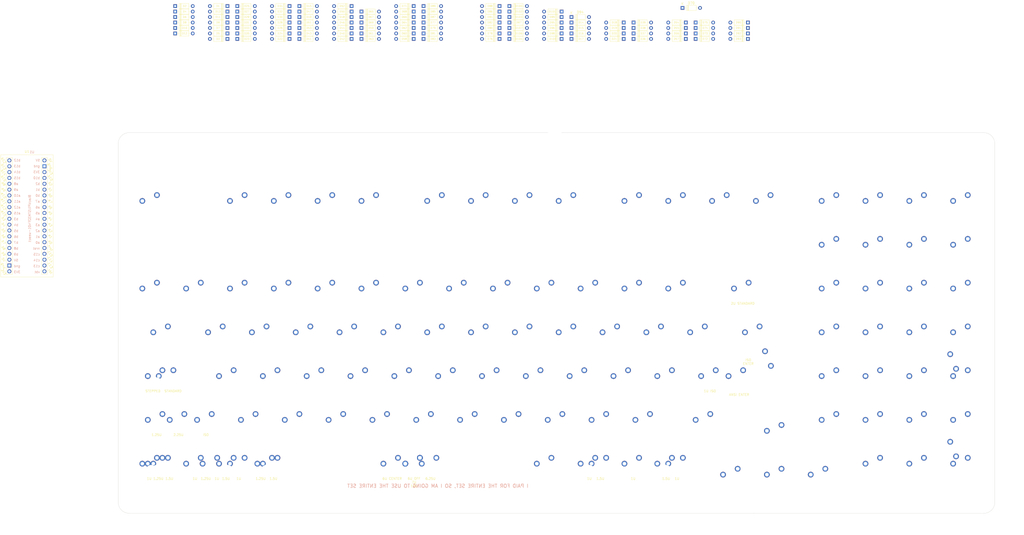
<source format=kicad_pcb>
(kicad_pcb (version 20211014) (generator pcbnew)
  (layers (0 "F.Cu" signal) (31 "B.Cu" signal) (34 "B.Paste" user) (35 "F.Paste" user) (36 "B.SilkS" user "B.Silkscreen") (37 "F.SilkS" user "F.Silkscreen") (38 "B.Mask" user) (39 "F.Mask" user) (44 "Edge.Cuts" user))
  (net 0 "")
  (net 2 "Net-(D89-Pad2)")
  (net 3 "Net-(D107-Pad2)")
  (net 4 "COL10")
  (net 5 "COL11")
  (net 6 "COL12")
  (net 7 "COL14")
  (net 8 "COL15")
  (net 9 "COL16")
  (net 10 "ROW6")
  (net 11 "ROW5")
  (net 12 "ROW4")
  (net 13 "ROW3")
  (net 14 "ROW2")
  (net 15 "COL17")
  (net 16 "COL13")
  (net 18 "ROW1")
  (net 19 "ROW0")
  (net 24 "Net-(D99-Pad2)")
  (net 25 "Net-(D98-Pad2)")
  (net 26 "Net-(D97-Pad2)")
  (net 27 "Net-(D96-Pad2)")
  (net 28 "Net-(D95-Pad2)")
  (net 29 "Net-(D94-Pad2)")
  (net 30 "Net-(D93-Pad2)")
  (net 31 "Net-(D92-Pad2)")
  (net 32 "Net-(D91-Pad2)")
  (net 33 "Net-(D90-Pad2)")
  (net 34 "Net-(D9-Pad2)")
  (net 35 "Net-(D88-Pad2)")
  (net 36 "Net-(D87-Pad2)")
  (net 37 "Net-(D86-Pad2)")
  (net 38 "Net-(D85-Pad2)")
  (net 39 "Net-(D84-Pad2)")
  (net 40 "Net-(D83-Pad2)")
  (net 41 "Net-(D82-Pad2)")
  (net 42 "Net-(D81-Pad2)")
  (net 43 "Net-(D80-Pad2)")
  (net 44 "Net-(D8-Pad2)")
  (net 45 "Net-(D79-Pad2)")
  (net 46 "Net-(D78-Pad2)")
  (net 47 "Net-(D77-Pad2)")
  (net 48 "Net-(D76-Pad2)")
  (net 49 "Net-(D75-Pad2)")
  (net 50 "Net-(D74-Pad2)")
  (net 51 "Net-(D73-Pad2)")
  (net 52 "Net-(D72-Pad2)")
  (net 53 "Net-(D71-Pad2)")
  (net 54 "Net-(D70-Pad2)")
  (net 55 "Net-(D7-Pad2)")
  (net 56 "Net-(D69-Pad2)")
  (net 57 "Net-(D68-Pad2)")
  (net 58 "Net-(D67-Pad2)")
  (net 59 "Net-(D66-Pad2)")
  (net 60 "Net-(D65-Pad2)")
  (net 61 "Net-(D64-Pad2)")
  (net 62 "Net-(D63-Pad2)")
  (net 63 "Net-(D62-Pad2)")
  (net 64 "Net-(D61-Pad2)")
  (net 65 "Net-(D60-Pad2)")
  (net 66 "Net-(D6-Pad2)")
  (net 67 "Net-(D59-Pad2)")
  (net 68 "Net-(D58-Pad2)")
  (net 69 "Net-(D57-Pad2)")
  (net 70 "Net-(D56-Pad2)")
  (net 71 "Net-(D55-Pad2)")
  (net 72 "Net-(D54-Pad2)")
  (net 73 "Net-(D53-Pad2)")
  (net 74 "Net-(D52-Pad2)")
  (net 75 "Net-(D51-Pad2)")
  (net 76 "Net-(D50-Pad2)")
  (net 77 "Net-(D5-Pad2)")
  (net 78 "Net-(D49-Pad2)")
  (net 79 "Net-(D48-Pad2)")
  (net 80 "Net-(D47-Pad2)")
  (net 81 "Net-(D46-Pad2)")
  (net 82 "Net-(D45-Pad2)")
  (net 83 "Net-(D44-Pad2)")
  (net 84 "Net-(D43-Pad2)")
  (net 85 "Net-(D42-Pad2)")
  (net 86 "Net-(D41-Pad2)")
  (net 87 "Net-(D40-Pad2)")
  (net 88 "Net-(D4-Pad2)")
  (net 89 "Net-(D39-Pad2)")
  (net 90 "Net-(D38-Pad2)")
  (net 91 "Net-(D37-Pad2)")
  (net 92 "Net-(D36-Pad2)")
  (net 93 "Net-(D35-Pad2)")
  (net 94 "Net-(D34-Pad2)")
  (net 95 "Net-(D33-Pad2)")
  (net 96 "Net-(D32-Pad2)")
  (net 97 "Net-(D31-Pad2)")
  (net 98 "Net-(D30-Pad2)")
  (net 99 "Net-(D3-Pad2)")
  (net 100 "Net-(D29-Pad2)")
  (net 101 "Net-(D28-Pad2)")
  (net 102 "Net-(D27-Pad2)")
  (net 103 "Net-(D26-Pad2)")
  (net 104 "Net-(D25-Pad2)")
  (net 105 "Net-(D24-Pad2)")
  (net 106 "Net-(D23-Pad2)")
  (net 107 "Net-(D22-Pad2)")
  (net 108 "Net-(D21-Pad2)")
  (net 109 "Net-(D20-Pad2)")
  (net 110 "Net-(D2-Pad2)")
  (net 111 "Net-(D19-Pad2)")
  (net 112 "Net-(D18-Pad2)")
  (net 113 "Net-(D17-Pad2)")
  (net 114 "Net-(D16-Pad2)")
  (net 115 "Net-(D15-Pad2)")
  (net 116 "Net-(D14-Pad2)")
  (net 117 "Net-(D13-Pad2)")
  (net 118 "Net-(D12-Pad2)")
  (net 119 "Net-(D11-Pad2)")
  (net 122 "Net-(D106-Pad2)")
  (net 123 "Net-(D105-Pad2)")
  (net 124 "Net-(D104-Pad2)")
  (net 125 "Net-(D103-Pad2)")
  (net 126 "Net-(D102-Pad2)")
  (net 127 "Net-(D101-Pad2)")
  (net 128 "Net-(D100-Pad2)")
  (net 129 "Net-(D10-Pad2)")
  (net 130 "Net-(D1-Pad2)")
  (net 138 "COL9")
  (net 139 "COL8")
  (net 140 "COL7")
  (net 141 "COL6")
  (net 142 "COL5")
  (net 143 "COL4")
  (net 144 "COL3")
  (net 145 "COL2")
  (net 146 "COL1")
  (net 147 "COL0")
  (footprint "Diode_THT:D_DO-35_SOD27_P7.62mm_Horizontal" (layer "F.Cu") (at 291.1475 83.34375 180)
    (fp_text reference "D98" hide)
    (fp_text value "1N4148" hide)
  )
  (footprint "0xcb:SW_Cherry_MX_PCB_1.00u" (layer "F.Cu") (at 465.1375 177.8)
    (fp_text reference "SW21")
    (fp_text value "1U")
  )
  (footprint "0xcb:SW_Cherry_MX_PCB_10.00u" (layer "F.Cu") (at 227.0125 273.05)
    (fp_text reference "SW124")
    (fp_text value "10U")
  )
  (footprint "0xcb:SW_Cherry_MX_PCB_1.00u" (layer "F.Cu") (at 303.2125 273.05)
    (fp_text reference "SW104")
    (fp_text value "1U ALT")
  )
  (footprint "0xcb:SW_Cherry_MX_PCB_6.00u" (layer "F.Cu") (at 217.4875 273.05)
    (fp_text reference "SW122")
    (fp_text value "6U")
  )
  (footprint "Diode_THT:D_DO-35_SOD27_P7.62mm_Horizontal" (layer "F.Cu") (at 264.16 83.34375 180)
    (fp_text reference "D78" hide)
    (fp_text value "1N4148" hide)
  )
  (footprint "Diode_THT:D_DO-35_SOD27_P7.62mm_Horizontal" (layer "F.Cu") (at 349.40875 80.9625)
    (fp_text reference "D74" hide)
    (fp_text value "1N4148" hide)
  )
  (footprint "Diode_THT:D_DO-35_SOD27_P7.62mm_Horizontal" (layer "F.Cu") (at 226.85375 83.34375 180)
    (fp_text reference "D60" hide)
    (fp_text value "1N4148" hide)
  )
  (footprint "0xcb:SW_Cherry_MX_PCB_1.00u" (layer "F.Cu") (at 217.4875 215.9)
    (fp_text reference "SW46")
    (fp_text value "1U")
  )
  (footprint "0xcb:SW_Cherry_MX_PCB_1.00u" (layer "F.Cu") (at 131.7625 273.05)
    (fp_text reference "SW120")
    (fp_text value "1U")
  )
  (footprint "Diode_THT:D_DO-35_SOD27_P7.62mm_Horizontal" (layer "F.Cu") (at 150.1775 76.2)
    (fp_text reference "D29" hide)
    (fp_text value "1N4148" hide)
  )
  (footprint "Diode_THT:D_DO-35_SOD27_P7.62mm_Horizontal" (layer "F.Cu") (at 318.135 85.725 180)
    (fp_text reference "D21" hide)
    (fp_text value "1N4148" hide)
  )
  (footprint "Diode_THT:D_DO-35_SOD27_P7.62mm_Horizontal" (layer "F.Cu") (at 172.87875 76.2 180)
    (fp_text reference "D30" hide)
    (fp_text value "1N4148" hide)
  )
  (footprint "0xcb:SW_Cherry_MX_PCB_2.25u" (layer "F.Cu") (at 124.61875 254)
    (fp_text reference "SW79")
    (fp_text value "2.25U")
  )
  (footprint "0xcb:SW_Cherry_MX_PCB_1.00u" (layer "F.Cu") (at 198.4375 215.9)
    (fp_text reference "SW45")
    (fp_text value "1U")
  )
  (footprint "0xcb:SW_Cherry_MX_PCB_1.00u" (layer "F.Cu") (at 236.5375 215.9)
    (fp_text reference "SW47")
    (fp_text value "1U")
  )
  (footprint "Diode_THT:D_DO-35_SOD27_P7.62mm_Horizontal" (layer "F.Cu") (at 343.69375 72.23125)
    (fp_text reference "D70")
    (fp_text value "1N4148")
  )
  (footprint "Diode_THT:D_DO-35_SOD27_P7.62mm_Horizontal" (layer "F.Cu") (at 291.1475 80.9625 180)
    (fp_text reference "D96" hide)
    (fp_text value "1N4148" hide)
  )
  (footprint "0xcb:SW_Cherry_MX_PCB_1.00u" (layer "F.Cu") (at 341.3125 273.05)
    (fp_text reference "SW106")
    (fp_text value "1U CTRL")
  )
  (footprint "0xcb:SW_Cherry_MX_PCB_1.00u" (layer "F.Cu") (at 255.5875 158.75)
    (fp_text reference "SW7")
    (fp_text value "1U")
  )
  (footprint "0xcb:SW_Cherry_MX_PCB_1.25u" (layer "F.Cu") (at 115.09375 273.05)
    (fp_text reference "SW99")
    (fp_text value "1.25U CTRL")
  )
  (footprint "Diode_THT:D_DO-35_SOD27_P7.62mm_Horizontal" (layer "F.Cu") (at 226.85375 71.4375 180)
    (fp_text reference "D71" hide)
    (fp_text value "1N4148" hide)
  )
  (footprint "Diode_THT:D_DO-35_SOD27_P7.62mm_Horizontal" (layer "F.Cu") (at 172.87875 80.9625 180)
    (fp_text reference "D26" hide)
    (fp_text value "1N4148" hide)
  )
  (footprint "Diode_THT:D_DO-35_SOD27_P7.62mm_Horizontal" (layer "F.Cu") (at 145.89125 71.4375 180)
    (fp_text reference "D1" hide)
    (fp_text value "1N4148" hide)
  )
  (footprint "0xcb:SW_Cherry_MX_PCB_1.00u" (layer "F.Cu") (at 427.0375 215.9)
    (fp_text reference "SW56")
    (fp_text value "1U")
  )
  (footprint "Diode_THT:D_DO-35_SOD27_P7.62mm_Horizontal" (layer "F.Cu") (at 231.14 85.725)
    (fp_text reference "D83" hide)
    (fp_text value "1N4148" hide)
  )
  (footprint "0xcb:SW_Cherry_MX_PCB_1.00u" (layer "F.Cu") (at 446.0875 273.05)
    (fp_text reference "SW111")
    (fp_text value "1U")
  )
  (footprint "Diode_THT:D_DO-35_SOD27_P7.62mm_Horizontal" (layer "F.Cu") (at 291.1475 73.81875 180)
    (fp_text reference "D101" hide)
    (fp_text value "1N4148" hide)
  )
  (footprint "0xcb:SW_Cherry_MX_PCB_2.00u" (layer "F.Cu") (at 465.1375 225.425 90)
    (fp_text reference "SW40")
    (fp_text value "2U")
  )
  (footprint "0xcb:SW_Cherry_MX_PCB_1.00u" (layer "F.Cu") (at 207.9625 158.75)
    (fp_text reference "SW5")
    (fp_text value "1U")
  )
  (footprint "Diode_THT:D_DO-35_SOD27_P7.62mm_Horizontal" (layer "F.Cu") (at 145.89125 85.725 180)
    (fp_text reference "D3" hide)
    (fp_text value "1N4148" hide)
  )
  (footprint "0xcb:SW_Cherry_MX_PCB_1.00u" (layer "F.Cu") (at 403.225 277.8125)
    (fp_text reference "SW109")
    (fp_text value "1U")
  )
  (footprint "Diode_THT:D_DO-35_SOD27_P7.62mm_Horizontal" (layer "F.Cu") (at 150.1775 78.58125)
    (fp_text reference "D31" hide)
    (fp_text value "1N4148" hide)
  )
  (footprint "0xcb:SW_Cherry_MX_PCB_1.00u" (layer "F.Cu") (at 212.725 254)
    (fp_text reference "SW86")
    (fp_text value "1U")
  )
  (footprint "0xcb:SW_Cherry_MX_PCB_1.00u" (layer "F.Cu") (at 446.0875 234.95)
    (fp_text reference "SW76")
    (fp_text value "1U")
  )
  (footprint "0xcb:SW_Cherry_MX_PCB_1.00u" (layer "F.Cu") (at 427.0375 254)
    (fp_text reference "SW96")
    (fp_text value "1U")
  )
  (footprint "Diode_THT:D_DO-35_SOD27_P7.62mm_Horizontal" (layer "F.Cu") (at 345.1225 80.9625 180)
    (fp_text reference "D55" hide)
    (fp_text value "1N4148" hide)
  )
  (footprint "Diode_THT:D_DO-35_SOD27_P7.62mm_Horizontal" (layer "F.Cu") (at 268.44625 78.58125)
    (fp_text reference "D97" hide)
    (fp_text value "1N4148" hide)
  )
  (footprint "0xcb:SW_Cherry_MX_PCB_1.00u" (layer "F.Cu") (at 265.1125 196.85)
    (fp_text reference "SW30")
    (fp_text value "1U")
  )
  (footprint "0xcb:SW_Cherry_MX_PCB_1.00u" (layer "F.Cu") (at 193.675 254)
    (fp_text reference "SW85")
    (fp_text value "1U")
  )
  (footprint "Diode_THT:D_DO-35_SOD27_P7.62mm_Horizontal" (layer "F.Cu") (at 372.11 78.58125 180)
    (fp_text reference "D90" hide)
    (fp_text value "1N4148" hide)
  )
  (footprint "0xcb:SW_Cherry_MX_PCB_1.00u" (layer "F.Cu") (at 303.2125 196.85)
    (fp_text reference "SW32")
    (fp_text value "1U")
  )
  (footprint "0xcb:SW_Cherry_MX_PCB_1.00u" (layer "F.Cu") (at 293.6875 215.9)
    (fp_text reference "SW50")
    (fp_text value "1U")
  )
  (footprint "0xcb:SW_Cherry_MX_PCB_1.00u" (layer "F.Cu") (at 331.7875 215.9)
    (fp_text reference "SW52")
    (fp_text value "1U")
  )
  (footprint "Diode_THT:D_DO-35_SOD27_P7.62mm_Horizontal" (layer "F.Cu") (at 231.14 83.34375)
    (fp_text reference "D81" hide)
    (fp_text value "1N4148" hide)
  )
  (footprint "0xcb:SW_Cherry_MX_PCB_1.00u" (layer "F.Cu") (at 427.0375 177.8)
    (fp_text reference "SW19")
    (fp_text value "1U")
  )
  (footprint "0xcb:SW_Cherry_MX_PCB_1.00u" (layer "F.Cu") (at 407.9875 158.75)
    (fp_text reference "SW14")
    (fp_text value "1U")
  )
  (footprint "Diode_THT:D_DO-35_SOD27_P7.62mm_Horizontal" (layer "F.Cu") (at 123.19 83.34375)
    (fp_text reference "D12" hide)
    (fp_text value "1N4148" hide)
  )
  (footprint "0xcb:SW_Cherry_MX_PCB_2.00u" (layer "F.Cu") (at 369.8875 196.85)
    (fp_text reference "SW35")
    (fp_text value "2U")
  )
  (footprint "Diode_THT:D_DO-35_SOD27_P7.62mm_Horizontal" (layer "F.Cu") (at 372.11 83.34375 180)
    (fp_text reference "D92" hide)
    (fp_text value "1N4148" hide)
  )
  (footprint "0xcb:SW_Cherry_MX_PCB_1.00u" (layer "F.Cu") (at 169.8625 158.75)
    (fp_text reference "SW3")
    (fp_text value "1U")
  )
  (footprint "Diode_THT:D_DO-35_SOD27_P7.62mm_Horizontal" (layer "F.Cu") (at 204.1525 83.34375)
    (fp_text reference "D61" hide)
    (fp_text value "1N4148" hide)
  )
  (footprint "Diode_THT:D_DO-35_SOD27_P7.62mm_Horizontal" (layer "F.Cu") (at 231.14 73.81875)
    (fp_text reference "D85" hide)
    (fp_text value "1N4148" hide)
  )
  (footprint "0xcb:SW_Cherry_MX_PCB_1.00u" (layer "F.Cu") (at 227.0125 196.85)
    (fp_text reference "SW28")
    (fp_text value "1U")
  )
  (footprint "Diode_THT:D_DO-35_SOD27_P7.62mm_Horizontal" (layer "F.Cu") (at 150.1775 83.34375)
    (fp_text reference "D35" hide)
    (fp_text value "1N4148" hide)
  )
  (footprint "0xcb:SW_Cherry_MX_PCB_1.00u" (layer "F.Cu") (at 112.7125 273.05)
    (fp_text reference "SW119")
    (fp_text value "1U")
  )
  (footprint "0xcb:SW_Cherry_MX_PCB_1.00u" (layer "F.Cu") (at 246.0625 196.85)
    (fp_text reference "SW29")
    (fp_text value "1U")
  )
  (footprint "Diode_THT:D_DO-35_SOD27_P7.62mm_Horizontal" (layer "F.Cu") (at 123.19 78.58125)
    (fp_text reference "D8" hide)
    (fp_text value "1N4148" hide)
  )
  (footprint "0xcb:SW_Cherry_MX_PCB_1.00u" (layer "F.Cu") (at 241.3 234.95)
    (fp_text reference "SW66")
    (fp_text value "1U")
  )
  (footprint "Diode_THT:D_DO-35_SOD27_P7.62mm_Horizontal" (layer "F.Cu") (at 318.135 83.34375 180)
    (fp_text reference "D20" hide)
    (fp_text value "1N4148" hide)
  )
  (footprint "Diode_THT:D_DO-35_SOD27_P7.62mm_Horizontal" (layer "F.Cu") (at 231.14 80.9625)
    (fp_text reference "D79" hide)
    (fp_text value "1N4148" hide)
  )
  (footprint "Diode_THT:D_DO-35_SOD27_P7.62mm_Horizontal" (layer "F.Cu") (at 231.14 78.58125)
    (fp_text reference "D77" hide)
    (fp_text value "1N4148" hide)
  )
  (footprint "0xcb:SW_Cherry_MX_PCB_1.75u" (layer "F.Cu") (at 353.21875 254)
    (fp_text reference "SW93")
    (fp_text value "1.75U SHIFT")
  )
  (footprint "0xcb:SW_Cherry_MX_PCB_1.00u" (layer "F.Cu") (at 341.3125 158.75)
    (fp_text reference "SW11")
    (fp_text value "1U")
  )
  (footprint "0xcb:SW_Cherry_MX_PCB_1.00u" (layer "F.Cu") (at 322.2625 273.05)
    (fp_text reference "SW105")
    (fp_text value "1U GUI")
  )
  (footprint "Diode_THT:D_DO-35_SOD27_P7.62mm_Horizontal" (layer "F.Cu") (at 291.1475 85.725 180)
    (fp_text reference "D105" hide)
    (fp_text value "1N4148" hide)
  )
  (footprint "0xcb:SW_Cherry_MX_PCB_1.00u" (layer "F.Cu") (at 384.175 258.7625)
    (fp_text reference "SW94")
    (fp_text value "1U")
  )
  (footprint "0xcb:SW_Cherry_MX_PCB_1.00u" (layer "F.Cu") (at 274.6375 215.9)
    (fp_text reference "SW49")
    (fp_text value "1U")
  )
  (footprint "0xcb:SW_Cherry_MX_PCB_1.00u" (layer "F.Cu") (at 160.3375 215.9)
    (fp_text reference "SW43")
    (fp_text value "1U")
  )
  (footprint "Diode_THT:D_DO-35_SOD27_P7.62mm_Horizontal" (layer "F.Cu") (at 349.40875 85.725)
    (fp_text reference "D72" hide)
    (fp_text value "1N4148" hide)
  )
  (footprint "Diode_THT:D_DO-35_SOD27_P7.62mm_Horizontal" (layer "F.Cu") (at 231.14 76.2)
    (fp_text reference "D87" hide)
    (fp_text value "1N4148" hide)
  )
  (footprint "0xcb:SW_Cherry_MX_PCB_1.00u" (layer "F.Cu") (at 322.2625 196.85)
    (fp_text reference "SW33")
    (fp_text value "1U")
  )
  (footprint "0xcb:SW_Cherry_MX_PCB_1.00u" (layer "F.Cu") (at 446.0875 196.85)
    (fp_text reference "SW38")
    (fp_text value "1U")
  )
  (footprint "Diode_THT:D_DO-35_SOD27_P7.62mm_Horizontal" (layer "F.Cu") (at 199.86625 76.2 180)
    (fp_text reference "D48" hide)
    (fp_text value "1N4148" hide)
  )
  (footprint "0xcb:SW_Cherry_MX_PCB_1.00u" (layer "F.Cu") (at 407.9875 196.85)
    (fp_text reference "SW36")
    (fp_text value "1U")
  )
  (footprint "0xcb:SW_Cherry_MX_PCB_1.00u" (layer "F.Cu") (at 174.625 254)
    (fp_text reference "SW84")
    (fp_text value "1U")
  )
  (footprint "Diode_THT:D_DO-35_SOD27_P7.62mm_Horizontal" (layer "F.Cu") (at 264.16 78.58125 180)
    (fp_text reference "D82" hide)
    (fp_text value "1N4148" hide)
  )
  (footprint "0xcb:SW_Cherry_MX_PCB_1.00u" (layer "F.Cu") (at 446.0875 177.8)
    (fp_text reference "SW20")
    (fp_text value "1U")
  )
  (footprint "Diode_THT:D_DO-35_SOD27_P7.62mm_Horizontal" (layer "F.Cu") (at 145.89125 78.58125 180)
    (fp_text reference "D9" hide)
    (fp_text value "1N4148" hide)
  )
  (footprint "0xcb:SW_Cherry_MX_PCB_1.00u" (layer "F.Cu") (at 327.025 254)
    (fp_text reference "SW92")
    (fp_text value "1U")
  )
  (footprint "0xcb:SW_Cherry_MX_PCB_1.00u" (layer "F.Cu") (at 279.4 234.95)
    (fp_text reference "SW68")
    (fp_text value "1U")
  )
  (footprint "Diode_THT:D_DO-35_SOD27_P7.62mm_Horizontal" (layer "F.Cu") (at 177.165 71.4375)
    (fp_text reference "D45" hide)
    (fp_text value "1N4148" hide)
  )
  (footprint "0xcb:SW_Cherry_MX_PCB_1.50u" (layer "F.Cu") (at 146.05 273.05)
    (fp_text reference "SW114")
    (fp_text value "1.5U GUI")
  )
  (footprint "0xcb:SW_Cherry_MX_PCB_1.00u" (layer "F.Cu") (at 236.5375 158.75)
    (fp_text reference "SW6")
    (fp_text value "1U")
  )
  (footprint "0xcb:SW_Cherry_MX_PCB_1.00u" (layer "F.Cu") (at 284.1625 196.85)
    (fp_text reference "SW31")
    (fp_text value "1U")
  )
  (footprint "0xcb:SW_Cherry_MX_PCB_1.00u" (layer "F.Cu") (at 231.775 254)
    (fp_text reference "SW87")
    (fp_text value "1U")
  )
  (footprint "Diode_THT:D_DO-35_SOD27_P7.62mm_Horizontal" (layer "F.Cu") (at 349.40875 83.34375)
    (fp_text reference "D73" hide)
    (fp_text value "1N4148" hide)
  )
  (footprint "Diode_THT:D_DO-35_SOD27_P7.62mm_Horizontal" (layer "F.Cu") (at 123.19 73.81875)
    (fp_text reference "D4" hide)
    (fp_text value "1N4148" hide)
  )
  (footprint "0xcb:SW_Cherry_MX_PCB_1.50u" (layer "F.Cu") (at 336.55 273.05)
    (fp_text reference "SW118")
    (fp_text value "1.5U CTRL")
  )
  (footprint "0xcb:SW_Cherry_MX_PCB_6.25u" (layer "F.Cu") (at 234.15625 273.05)
    (fp_text reference "SW102")
    (fp_text value "6.25U")
  )
  (footprint "0xcb:SW_Cherry_MX_PCB_1.00u" (layer "F.Cu") (at 146.05 234.95)
    (fp_text reference "SW61")
    (fp_text value "1U")
  )
  (footprint "0xcb:SW_Cherry_MX_PCB_1.00u" (layer "F.Cu") (at 260.35 234.95)
    (fp_text reference "SW67")
    (fp_text value "1U")
  )
  (footprint "Diode_THT:D_DO-35_SOD27_P7.62mm_Horizontal" (layer "F.Cu") (at 291.1475 78.58125 180)
    (fp_text reference "D95" hide)
    (fp_text value "1N4148" hide)
  )
  (footprint "Diode_THT:D_DO-35_SOD27_P7.62mm_Horizontal" (layer "F.Cu") (at 204.1525 85.725)
    (fp_text reference "D63" hide)
    (fp_text value "1N4148" hide)
  )
  (footprint "0xcb:SW_Cherry_MX_PCB_1.00u" (layer "F.Cu") (at 446.0875 215.9)
    (fp_text reference "SW57")
    (fp_text value "1U")
  )
  (footprint "0xcb:SW_Cherry_MX_PCB_1.00u" (layer "F.Cu") (at 274.6375 158.75)
    (fp_text reference "SW8")
    (fp_text value "1U")
  )
  (footprint "0xcb:SW_Cherry_MX_PCB_1.00u" (layer "F.Cu") (at 222.25 234.95)
    (fp_text reference "SW65")
    (fp_text value "1U")
  )
  (footprint "Diode_THT:D_DO-35_SOD27_P7.62mm_Horizontal" (layer "F.Cu") (at 226.85375 73.81875 180)
    (fp_text reference "D68" hide)
    (fp_text value "1N4148" hide)
  )
  (footprint "0xcb:SW_Cherry_MX_PCB_1.00u" (layer "F.Cu") (at 317.5 234.95)
    (fp_text reference "SW70")
    (fp_text value "1U")
  )
  (footprint "0xcb:SW_Cherry_MX_PCB_1.00u" (layer "F.Cu") (at 384.175 277.8125)
    (fp_text reference "SW108")
    (fp_text value "1U")
  )
  (footprint "Diode_THT:D_DO-35_SOD27_P7.62mm_Horizontal" (layer "F.Cu") (at 150.1775 73.81875)
    (fp_text reference "D27" hide)
    (fp_text value "1N4148" hide)
  )
  (footprint "0xcb:SW_Cherry_MX_PCB_1.50u" (layer "F.Cu") (at 307.975 273.05)
    (fp_text reference "SW117")
    (fp_text value "1.5U ALT")
  )
  (footprint "0xcb:SW_Cherry_MX_PCB_1.00u" (layer "F.Cu") (at 184.15 234.95)
    (fp_text reference "SW63")
    (fp_text value "1U")
  )
  (footprint "Diode_THT:D_DO-35_SOD27_P7.62mm_Horizontal" (layer "F.Cu") (at 204.1525 78.58125)
    (fp_text reference "D69" hide)
    (fp_text value "1N4148" hide)
  )
  (footprint "0xcb:SW_Cherry_MX_PCB_1.00u" (layer "F.Cu") (at 312.7375 215.9)
    (fp_text reference "SW51")
    (fp_text value "1U")
  )
  (footprint "0xcb:SW_Cherry_MX_PCB_1.25u" (layer "F.Cu") (at 115.09375 234.95)
    (fp_text reference "SW78")
    (fp_text value "STEPPED")
  )
  (footprint "0xcb:SW_Cherry_MX_PCB_1.00u" (layer "F.Cu") (at 465.1375 196.85)
    (fp_text reference "SW39")
    (fp_text value "1U")
  )
  (footprint "Diode_THT:D_DO-35_SOD27_P7.62mm_Horizontal" (layer "F.Cu") (at 264.16 85.725 180)
    (fp_text reference "D76" hide)
    (fp_text value "1N4148" hide)
  )
  (footprint "0xcb:SW_Cherry_MX_PCB_1.00u" (layer "F.Cu") (at 465.1375 158.75)
    (fp_text reference "SW17")
    (fp_text value "1U")
  )
  (footprint "Diode_THT:D_DO-35_SOD27_P7.62mm_Horizontal" (layer "F.Cu") (at 322.42125 80.9625)
    (fp_text reference "D38" hide)
    (fp_text value "1N4148" hide)
  )
  (footprint "0xcb:SW_Cherry_MX_PCB_1.00u" (layer "F.Cu") (at 446.0875 254)
    (fp_text reference "SW97")
    (fp_text value "1U")
  )
  (footprint "0xcb:SW_Cherry_MX_PCB_1.00u" (layer "F.Cu") (at 427.0375 234.95)
    (fp_text reference "SW75")
    (fp_text value "1U")
  )
  (footprint "0xcb:SW_Cherry_MX_PCB_1.00u" (layer "F.Cu") (at 407.9875 234.95)
    (fp_text reference "SW74")
    (fp_text value "1U")
  )
  (footprint "Diode_THT:D_DO-35_SOD27_P7.62mm_Horizontal" (layer "F.Cu") (at 145.89125 83.34375 180)
    (fp_text reference "D5" hide)
    (fp_text value "1N4148" hide)
  )
  (footprint "0xcb:SW_Cherry_MX_PCB_1.00u" (layer "F.Cu") (at 355.6 234.95)
    (fp_text reference "SW72")
    (fp_text value "ISO 1U")
  )
  (footprint "0xcb:SW_Cherry_MX_PCB_1.25u" (layer "F.Cu") (at 138.90625 273.05)
    (fp_text reference "SW100")
    (fp_text value "1.25U GUI")
  )
  (footprint "Diode_THT:D_DO-35_SOD27_P7.62mm_Horizontal" (layer "F.Cu") (at 199.86625 78.58125 180)
    (fp_text reference "D46" hide)
    (fp_text value "1N4148" hide)
  )
  (footprint "0xcb:SW_Cherry_MX_PCB_1.00u" (layer "F.Cu") (at 169.8625 196.85)
    (fp_text reference "SW25")
    (fp_text value "1U")
  )
  (footprint "0xcb:SW_Cherry_MX_PCB_1.00u" (layer "F.Cu") (at 379.4125 158.75)
    (fp_text reference "SW13")
    (fp_text value "1U")
  )
  (footprint "0xcb:SW_Cherry_MX_PCB_1.00u" (layer "F.Cu") (at 465.1375 215.9)
    (fp_text reference "SW58")
    (fp_text value "1U")
  )
  (footprint "Diode_THT:D_DO-35_SOD27_P7.62mm_Horizontal" (layer "F.Cu") (at 123.19 76.2)
    (fp_text reference "D6" hide)
    (fp_text value "1N4148" hide)
  )
  (footprint "Diode_THT:D_DO-35_SOD27_P7.62mm_Horizontal" (layer "F.Cu") (at 172.87875 83.34375 180)
    (fp_text reference "D24" hide)
    (fp_text value "1N4148" hide)
  )
  (footprint "Diode_THT:D_DO-35_SOD27_P7.62mm_Horizontal" (layer "F.Cu") (at 150.1775 71.4375)
    (fp_text reference "D25" hide)
    (fp_text value "1N4148" hide)
  )
  (footprint "0xcb:SW_Cherry_MX_PCB_1.00u" (layer "F.Cu") (at 465.1375 234.95)
    (fp_text reference "SW77")
    (fp_text value "1U")
  )
  (footprint "0xcb:SW_Cherry_MX_PCB_1.00u" (layer "F.Cu") (at 427.0375 196.85)
    (fp_text reference "SW37")
    (fp_text value "1U")
  )
  (footprint "Diode_THT:D_DO-35_SOD27_P7.62mm_Horizontal" (layer "F.Cu") (at 345.1225 78.58125 180)
    (fp_text reference "D54" hide)
    (fp_text value "1N4148" hide)
  )
  (footprint "Diode_THT:D_DO-35_SOD27_P7.62mm_Horizontal" (layer "F.Cu") (at 295.43375 76.2)
    (fp_text reference "D94")
    (fp_text value "1N4148")
  )
  (footprint "0xcb:SW_Cherry_MX_PCB_1.00u" (layer "F.Cu") (at 307.975 254)
    (fp_text reference "SW91")
    (fp_text value "1U")
  )
  (footprint "0xcb:SW_Cherry_MX_PCB_1.00u" (layer "F.Cu") (at 136.525 254)
    (fp_text reference "SW82")
    (fp_text value "1U")
  )
  (footprint "0xcb:SW_Cherry_MX_PCB_1.00u" (layer "F.Cu") (at 341.3125 196.85)
    (fp_text reference "SW34")
    (fp_text value "1U")
  )
  (footprint "0xcb:SW_Cherry_MX_PCB_1.00u" (layer "F.Cu") (at 112.7125 158.75)
    (fp_text reference "SW1")
    (fp_text value "1U")
  )
  (footprint "0xcb:SW_Cherry_MX_PCB_1.00u" (layer "F.Cu") (at 322.2625 158.75)
    (fp_text reference "SW10")
    (fp_text value "1U")
  )
  (footprint "Diode_THT:D_DO-35_SOD27_P7.62mm_Horizontal" (layer "F.Cu") (at 264.16 73.81875 180)
    (fp_text reference "D86" hide)
    (fp_text value "1N4148" hide)
  )
  (footprint "Diode_THT:D_DO-35_SOD27_P7.62mm_Horizontal" (layer "F.Cu") (at 145.89125 76.2 180)
    (fp_text reference "D11" hide)
    (fp_text value "1N4148" hide)
  )
  (footprint "0xcb:SW_Cherry_MX_PCB_1.00u" (layer "F.Cu") (at 150.8125 158.75)
    (fp_text reference "SW2")
    (fp_text value "1U")
  )
  (footprint "Diode_THT:D_DO-35_SOD27_P7.62mm_Horizontal" (layer "F.Cu") (at 172.87875 78.58125 180)
    (fp_text reference "D28" hide)
    (fp_text value "1N4148" hide)
  )
  (footprint "Diode_THT:D_DO-35_SOD27_P7.62mm_Horizontal" (layer "F.Cu") (at 372.11 80.9625 180)
    (fp_text reference "D91" hide)
    (fp_text value "1N4148" hide)
  )
  (footprint "0xcb:SW_Cherry_MX_PCB_1.00u" (layer "F.Cu") (at 336.55 234.95)
    (fp_text reference "SW71")
    (fp_text value "1U")
  )
  (footprint "Diode_THT:D_DO-35_SOD27_P7.62mm_Horizontal" (layer "F.Cu") (at 172.87875 73.81875 180)
    (fp_text reference "D32" hide)
    (fp_text value "1N4148" hide)
  )
  (footprint "Diode_THT:D_DO-35_SOD27_P7.62mm_Horizontal" (layer "F.Cu") (at 264.16 80.9625 180)
    (fp_text reference "D80" hide)
    (fp_text value "1N4148" hide)
  )
  (footprint "Diode_THT:D_DO-35_SOD27_P7.62mm_Horizontal" (layer "F.Cu") (at 199.86625 80.9625 180)
    (fp_text reference "D44" hide)
    (fp_text value "1N4148" hide)
  )
  (footprint "0xcb:SW_Cherry_MX_PCB_ISOEnter_Rotated90" (layer "F.Cu") (at 377.03125 225.425 -90)
    (fp_text reference "SW59")
    (fp_text value "ISO ENTER")
  )
  (footprint "0xcb:SW_Cherry_MX_PCB_1.00u" (layer "F.Cu") (at 188.9125 196.85)
    (fp_text reference "SW26")
    (fp_text value "1U")
  )
  (footprint "Diode_THT:D_DO-35_SOD27_P7.62mm_Horizontal" (layer "F.Cu") (at 268.44625 83.34375)
    (fp_text reference "D106" hide)
    (fp_text value "1N4148" hide)
  )
  (footprint "0xcb:SW_Cherry_MX_PCB_1.50u" (layer "F.Cu") (at 117.475 273.05)
    (fp_text reference "SW113")
    (fp_text value "1.5U CTRL")
  )
  (footprint "0xcb:SW_Cherry_MX_PCB_1.00u" (layer "F.Cu") (at 360.3625 158.75)
    (fp_text reference "SW12")
    (fp_text value "1U")
  )
  (footprint "0xcb:SW_Cherry_MX_PCB_1.25u" (layer "F.Cu") (at 162.71875 273.05)
    (fp_text reference "SW101")
    (fp_text value "1.25U ALT")
  )
  (footprint "Diode_THT:D_DO-35_SOD27_P7.62mm_Horizontal" (layer "F.Cu") (at 295.43375 83.34375)
    (fp_text reference "D16" hide)
    (fp_text value "1N4148" hide)
  )
  (footprint "0xcb:SW_Cherry_MX_PCB_1.50u" (layer "F.Cu") (at 117.475 215.9)
    (fp_text reference "SW41")
    (fp_text value "1.5U")
  )
  (footprint "0xcb:SW_Cherry_MX_PCB_2.00u" (layer "F.Cu") (at 465.1375 263.525 90)
    (fp_text reference "SW80")
    (fp_text value "2U")
  )
  (footprint "Diode_THT:D_DO-35_SOD27_P7.62mm_Horizontal" (layer "F.Cu") (at 268.44625 80.9625)
    (fp_text reference "D107" hide)
    (fp_text value "1N4148" hide)
  )
  (footprint "Diode_THT:D_DO-35_SOD27_P7.62mm_Horizontal" (layer "F.Cu") (at 295.43375 78.58125)
    (fp_text reference "D14" hide)
    (fp_text value "1N4148" hide)
  )
  (footprint "0xcb:SW_Cherry_MX_PCB_1.00u" (layer "F.Cu") (at 141.2875 215.9)
    (fp_text reference "SW42")
    (fp_text value "1U")
  )
  (footprint "0xcb:SW_Cherry_MX_PCB_1.00u" (layer "F.Cu") (at 112.7125 196.85)
    (fp_text reference "SW22")
    (fp_text value "1U")
  )
  (footprint "0xcb:SW_Cherry_MX_PCB_1.50u" (layer "F.Cu") (at 165.1 273.05)
    (fp_text reference "SW115")
    (fp_text value "1.5U ALT")
  )
  (footprint "Diode_THT:D_DO-35_SOD27_P7.62mm_Horizontal" (layer "F.Cu") (at 199.86625 71.4375 180)
    (fp_text reference "D52" hide)
    (fp_text value "1N4148" hide)
  )
  (footprint "0xcb:SW_Cherry_MX_PCB_1.00u" (layer "F.Cu") (at 250.825 254)
    (fp_text reference "SW88")
    (fp_text value "1U")
  )
  (footprint "0xcb:SW_Cherry_MX_PCB_1.00u" (layer "F.Cu") (at 203.2 234.95)
    (fp_text reference "SW64")
    (fp_text value "1U")
  )
  (footprint "0xcb:SW_Cherry_MX_PCB_1.00u" (layer "F.Cu") (at 446.0875 158.75)
    (fp_text reference "SW16")
    (fp_text value "1U")
  )
  (footprint "Diode_THT:D_DO-35_SOD27_P7.62mm_Horizontal" (layer "F.Cu") (at 177.165 76.2)
    (fp_text reference "D49" hide)
    (fp_text value "1N4148" hide)
  )
  (footprint "0xcb:SW_Cherry_MX_PCB_1.00u" (layer "F.Cu") (at 150.8125 196.85)
    (fp_text reference "SW24")
    (fp_text value "1U")
  )
  (footprint "Diode_THT:D_DO-35_SOD27_P7.62mm_Horizontal" (layer "F.Cu") (at 226.85375 76.2 180)
    (fp_text reference "D66" hide)
    (fp_text value "1N4148" hide)
  )
  (footprint "0xcb:SW_Cherry_MX_PCB_1.50u" (layer "F.Cu") (at 374.65 215.9)
    (fp_text reference "SW54")
    (fp_text value "1.5U")
  )
  (footprint "Diode_THT:D_DO-35_SOD27_P7.62mm_Horizontal" (layer "F.Cu") (at 268.44625 73.81875)
    (fp_text reference "D102" hide)
    (fp_text value "1N4148" hide)
  )
  (footprint "Diode_THT:D_DO-35_SOD27_P7.62mm_Horizontal" (layer "F.Cu") (at 231.14 71.4375)
    (fp_text reference "D89" hide)
    (fp_text value "1N4148" hide)
  )
  (footprint "Diode_THT:D_DO-35_SOD27_P7.62mm_Horizontal" (layer "F.Cu") (at 372.11 85.725 180)
    (fp_text reference "D93" hide)
    (fp_text value "1N4148" hide)
  )
  (footprint "0xcb:SW_Cherry_MX_PCB_1.00u" (layer "F.Cu") (at 269.875 254)
    (fp_text reference "SW89")
    (fp_text value "1U")
  )
  (footprint "BlackPill-STM32F401-temp:BlackPillSTM32F401CCU6" (layer "F.Cu") (at 58.7375 162.71875 90)
    (fp_text reference "U1")
    (fp_text value "BlackPillSTM32F401-weact")
  )
  (footprint "0xcb:SW_Cherry_MX_PCB_1.75u" (layer "F.Cu") (at 119.85625 234.95)
    (fp_text reference "SW60")
    (fp_text value "CAPSLOCK")
  )
  (footprint "Diode_THT:D_DO-35_SOD27_P7.62mm_Horizontal" (layer "F.Cu") (at 318.135 78.58125 180)
    (fp_text reference "D18" hide)
    (fp_text value "1N4148" hide)
  )
  (footprint "0xcb:SW_Cherry_MX_PCB_1.00u" (layer "F.Cu") (at 407.9875 177.8)
    (fp_text reference "SW18")
    (fp_text value "1U")
  )
  (footprint "0xcb:SW_Cherry_MX_PCB_1.00u" (layer "F.Cu") (at 284.1625 273.05)
    (fp_text reference "SW103")
    (fp_text value "1U")
  )
  (footprint "Diode_THT:D_DO-35_SOD27_P7.62mm_Horizontal" (layer "F.Cu") (at 268.44625 85.725)
    (fp_text reference "D104" hide)
    (fp_text value "1N4148" hide)
  )
  (footprint "0xcb:SW_Cherry_MX_PCB_1.00u" (layer "F.Cu") (at 255.5875 215.9)
    (fp_text reference "SW48")
    (fp_text value "1U")
  )
  (footprint "Diode_THT:D_DO-35_SOD27_P7.62mm_Horizontal" (layer "F.Cu") (at 204.1525 76.2)
    (fp_text reference "D67" hide)
    (fp_text value "1N4148" hide)
  )
  (footprint "Diode_THT:D_DO-35_SOD27_P7.62mm_Horizontal" (layer "F.Cu") (at 172.87875 85.725 180)
    (fp_text reference "D22" hide)
    (fp_text value "1N4148" hide)
  )
  (footprint "0xcb:SW_Cherry_MX_PCB_1.00u" (layer "F.Cu") (at 131.7625 196.85)
    (fp_text reference "SW23")
    (fp_text value "1U")
  )
  (footprint "0xcb:SW_Cherry_MX_PCB_1.00u" (layer "F.Cu") (at 407.9875 215.9)
    (fp_text reference "SW55")
    (fp_text value "1U")
  )
  (footprint "Diode_THT:D_DO-35_SOD27_P7.62mm_Horizontal" (layer "F.Cu") (at 295.43375 80.9625)
    (fp_text reference "D15" hide)
    (fp_text value "1N4148" hide)
  )
  (footprint "Diode_THT:D_DO-35_SOD27_P7.62mm_Horizontal" (layer "F.Cu") (at 172.87875 71.4375 180)
    (fp_text reference "D34" hide)
    (fp_text value "1N4148" hide)
  )
  (footprint "Diode_THT:D_DO-35_SOD27_P7.62mm_Horizontal" (layer "F.Cu") (at 226.85375 80.9625 180)
    (fp_text reference "D62" hide)
    (fp_text value "1N4148" hide)
  )
  (footprint "Diode_THT:D_DO-35_SOD27_P7.62mm_Horizontal" (layer "F.Cu") (at 226.85375 78.58125 180)
    (fp_text reference "D64" hide)
    (fp_text value "1N4148" hide)
  )
  (footprint "Diode_THT:D_DO-35_SOD27_P7.62mm_Horizontal" (layer "F.Cu") (at 291.1475 76.2 180)
    (fp_text reference "D99" hide)
    (fp_text value "1N4148" hide)
  )
  (footprint "0xcb:SW_Cherry_MX_PCB_2.25u" (layer "F.Cu") (at 367.50625 234.95)
    (fp_text reference "SW73")
    (fp_text value "2.25U")
  )
  (footprint "0xcb:SW_Cherry_MX_PCB_1.25u" (layer "F.Cu") (at 115.09375 254)
    (fp_text reference "SW81")
    (fp_text value "ISO SHIFT")
  )
  (footprint "Diode_THT:D_DO-35_SOD27_P7.62mm_Horizontal" (layer "F.Cu") (at 177.165 73.81875)
    (fp_text reference "D47" hide)
    (fp_text value "1N4148" hide)
  )
  (footprint "Diode_THT:D_DO-35_SOD27_P7.62mm_Horizontal" (layer "F.Cu") (at 177.165 85.725)
    (fp_text reference "D41" hide)
    (fp_text value "1N4148" hide)
  )
  (footprint "Diode_THT:D_DO-35_SOD27_P7.62mm_Horizontal" (layer "F.Cu") (at 345.1225 83.34375 180)
    (fp_text reference "D56" hide)
    (fp_text value "1N4148" hide)
  )
  (footprint "Diode_THT:D_DO-35_SOD27_P7.62mm_Horizontal" (layer "F.Cu") (at 145.89125 80.9625 180)
    (fp_text reference "D7" hide)
    (fp_text value "1N4148" hide)
  )
  (footprint "Diode_THT:D_DO-35_SOD27_P7.62mm_Horizontal" (layer "F.Cu") (at 177.165 83.34375)
    (fp_text reference "D43" hide)
    (fp_text value "1N4148" hide)
  )
  (footprint "Diode_THT:D_DO-35_SOD27_P7.62mm_Horizontal" (layer "F.Cu") (at 199.86625 83.34375 180)
    (fp_text reference "D40" hide)
    (fp_text value "1N4148" hide)
  )
  (footprint "Diode_THT:D_DO-35_SOD27_P7.62mm_Horizontal" (layer "F.Cu") (at 322.42125 85.725)
    (fp_text reference "D36" hide)
    (fp_text value "1N4148" hide)
  )
  (footprint "Diode_THT:D_DO-35_SOD27_P7.62mm_Horizontal" (layer "F.Cu") (at 345.1225 85.725 180)
    (fp_text reference "D57" hide)
    (fp_text value "1N4148" hide)
  )
  (footprint "0xcb:SW_Cherry_MX_PCB_7.00u" (layer "F.Cu") (at 227.0125 273.05)
    (fp_text reference "SW116")
    (fp_text value "7U")
  )
  (footprint "Diode_THT:D_DO-35_SOD27_P7.62mm_Horizontal" (layer "F.Cu") (at 177.165 80.9625)
    (fp_text reference "D53" hide)
    (fp_text value "1N4148" hide)
  )
  (footprint "0xcb:SW_Cherry_MX_PCB_1.00u" (layer "F.Cu") (at 427.0375 158.75)
    (fp_text reference "SW15")
    (fp_text value "1U")
  )
  (footprint "0xcb:SW_Cherry_MX_PCB_1.00u" (layer "F.Cu") (at 188.9125 158.75)
    (fp_text reference "SW4")
    (fp_text value "1U")
  )
  (footprint "0xcb:SW_Cherry_MX_PCB_1.00u" (layer "F.Cu") (at 150.8125 273.05)
    (fp_text reference "SW121")
    (fp_text value "1U")
  )
  (footprint "0xcb:SW_Cherry_MX_PCB_1.00u" (layer "F.Cu") (at 288.925 254)
    (fp_text reference "SW90")
    (fp_text value "1U")
  )
  (footprint "0xcb:SW_Cherry_MX_PCB_1.00u" (layer "F.Cu") (at 165.1 234.95)
    (fp_text reference "SW62")
    (fp_text value "1U")
  )
  (footprint "Diode_THT:D_DO-35_SOD27_P7.62mm_Horizontal" (layer "F.Cu") (at 123.19 80.9625)
    (fp_text reference "D10" hide)
    (fp_text value "1N4148" hide)
  )
  (footprint "Diode_THT:D_DO-35_SOD27_P7.62mm_Horizontal" (layer "F.Cu") (at 268.44625 76.2)
    (fp_text reference "D103" hide)
    (fp_text value "1N4148" hide)
  )
  (footprint "0xcb:SW_Cherry_MX_PCB_1.00u" (layer "F.Cu") (at 427.0375 273.05)
    (fp_text reference "SW110")
    (fp_text value "1U")
  )
  (footprint "0xcb:SW_Cherry_MX_PCB_1.00u" (layer "F.Cu") (at 179.3875 215.9)
    (fp_text reference "SW44")
    (fp_text value "1U")
  )
  (footprint "0xcb:SW_Cherry_MX_PCB_1.00u" (layer "F.Cu") (at 465.1375 273.05)
    (fp_text reference "SW112")
    (fp_text value "1U")
  )
  (footprint "0xcb:SW_Cherry_MX_PCB_1.00u" (layer "F.Cu") (at 298.45 234.95)
    (fp_text reference "SW69")
    (fp_text value "1U")
  )
  (footprint "Diode_THT:D_DO-35_SOD27_P7.62mm_Horizontal" (layer "F.Cu") (at 199.86625 73.81875 180)
    (fp_text reference "D50" hide)
    (fp_text value "1N4148" hide)
  )
  (footprint "0xcb:SW_Cherry_MX_PCB_1.00u" (layer "F.Cu") (at 293.6875 158.75)
    (fp_text reference "SW9")
    (fp_text value "1U")
  )
  (footprint "Diode_THT:D_DO-35_SOD27_P7.62mm_Horizontal" (layer "F.Cu") (at 318.135 80.9625 180)
    (fp_text reference "D19" hide)
    (fp_text value "1N4148" hide)
  )
  (footprint "Diode_THT:D_DO-35_SOD27_P7.62mm_Horizontal" (layer "F.Cu") (at 177.165 78.58125)
    (fp_text reference "D51" hide)
    (fp_text value "1N4148" hide)
  )
  (footprint "Diode_THT:D_DO-35_SOD27_P7.62mm_Horizontal" (layer "F.Cu") (at 268.44625 71.4375)
    (fp_text reference "D100" hide)
    (fp_text value "1N4148" hide)
  )
  (footprint "Diode_THT:D_DO-35_SOD27_P7.62mm_Horizontal" (layer "F.Cu") (at 150.1775 80.9625)
    (fp_text reference "D33" hide)
    (fp_text value "1N4148" hide)
  )
  (footprint "Diode_THT:D_DO-35_SOD27_P7.62mm_Horizontal" (layer "F.Cu") (at 226.85375 85.725 180)
    (fp_text reference "D58" hide)
    (fp_text value "1N4148" hide)
  )
  (footprint "Diode_THT:D_DO-35_SOD27_P7.62mm_Horizontal" (layer "F.Cu") (at 295.43375 85.725)
    (fp_text reference "D17" hide)
    (fp_text value "1N4148" hide)
  )
  (footprint "Diode_THT:D_DO-35_SOD27_P7.62mm_Horizontal" (layer "F.Cu") (at 349.40875 78.58125)
    (fp_text reference "D75" hide)
    (fp_text value "1N4148" hide)
  )
  (footprint "Diode_THT:D_DO-35_SOD27_P7.62mm_Horizontal" (layer "F.Cu") (at 150.1775 85.725)
    (fp_text reference "D23" hide)
    (fp_text value "1N4148" hide)
  )
  (footprint "Diode_THT:D_DO-35_SOD27_P7.62mm_Horizontal" (layer "F.Cu") (at 322.42125 78.58125)
    (fp_text reference "D39" hide)
    (fp_text value "1N4148" hide)
  )
  (footprint "Diode_THT:D_DO-35_SOD27_P7.62mm_Horizontal" (layer "F.Cu") (at 322.42125 83.34375)
    (fp_text reference "D37" hide)
    (fp_text value "1N4148" hide)
  )
  (footprint "0xcb:SW_Cherry_MX_PCB_1.00u" (layer "F.Cu") (at 365.125 277.8125)
    (fp_text reference "SW107")
    (fp_text value "1U")
  )
  (footprint "Diode_THT:D_DO-35_SOD27_P7.62mm_Horizontal" (layer "F.Cu") (at 199.86625 85.725 180)
    (fp_text reference "D42" hide)
    (fp_text value "1N4148" hide)
  )
  (footprint "0xcb:SW_Cherry_MX_PCB_1.00u" (layer "F.Cu") (at 350.8375 215.9)
    (fp_text reference "SW53")
    (fp_text value "1U")
  )
  (footprint "Diode_THT:D_DO-35_SOD27_P7.62mm_Horizontal" (layer "F.Cu") (at 123.19 71.4375)
    (fp_text reference "D2" hide)
    (fp_text value "1N4148" hide)
  )
  (footprint "Diode_THT:D_DO-35_SOD27_P7.62mm_Horizontal" (layer "F.Cu") (at 264.16 76.2 180)
    (fp_text reference "D84" hide)
    (fp_text value "1N4148" hide)
  )
  (footprint "0xcb:SW_Cherry_MX_PCB_1.00u" (layer "F.Cu") (at 407.9875 254)
    (fp_text reference "SW95")
    (fp_text value "1U")
  )
  (footprint "0xcb:SW_Cherry_MX_PCB_1.00u" (layer "F.Cu") (at 207.9625 196.85)
    (fp_text reference "SW27")
    (fp_text value "1U")
  )
  (footprint "Diode_THT:D_DO-35_SOD27_P7.62mm_Horizontal" (layer "F.Cu") (at 264.16 71.4375 180)
    (fp_text reference "D88" hide)
    (fp_text value "1N4148" hide)
  )
  (footprint "0xcb:SW_Cherry_MX_PCB_1.00u" (layer "F.Cu") (at 465.1375 254)
    (fp_text reference "SW98")
    (fp_text value "1U")
  )
  (footprint "Diode_THT:D_DO-35_SOD27_P7.62mm_Horizontal" (layer "F.Cu") (at 204.1525 80.9625)
    (fp_text reference "D59" hide)
    (fp_text value "1N4148" hide)
  )
  (footprint "0xcb:SW_Cherry_MX_PCB_6.00u_offset" (layer "F.Cu") (at 227.0125 273.05)
    (fp_text reference "SW123")
    (fp_text value "6U OFFSET")
  )
  (footprint "0xcb:SW_Cherry_MX_PCB_1.00u" (layer "F.Cu") (at 155.575 254)
    (fp_text reference "SW83")
    (fp_text value "1U")
  )
  (footprint "Diode_THT:D_DO-35_SOD27_P7.62mm_Horizontal" (layer "F.Cu") (at 145.89125 73.81875 180)
    (fp_text reference "D13" hide)
    (fp_text value "1N4148" hide)
  )
  (footprint "Diode_THT:D_DO-35_SOD27_P7.62mm_Horizontal" (layer "F.Cu") (at 204.1525 73.81875)
    (fp_text reference "D65" hide)
    (fp_text value "1N4148" hide)
  )
  (gr_arc (start 98.425 131.275) (mid 99.819904 127.907404) (end 103.1875 126.5125) (layer "Edge.Cuts") (width 0.1))
  (gr_line (start 291.13125 126.5125) (end 474.6625 126.5125) (layer "Edge.Cuts") (width 0.1))
  (gr_arc (start 479.425 287.3375) (mid 478.030096 290.705096) (end 474.6625 292.1) (layer "Edge.Cuts") (width 0.1))
  (gr_arc (start 474.6625 126.5125) (mid 478.030096 127.907404) (end 479.425 131.275) (layer "Edge.Cuts") (width 0.1))
  (gr_line (start 98.425 287.3375) (end 98.425 131.275) (layer "Edge.Cuts") (width 0.1))
  (gr_line (start 479.425 149.225) (end 479.425 131.275) (layer "Edge.Cuts") (width 0.1))
  (gr_line (start 285.13125 126.5125) (end 103.1875 126.5125) (layer "Edge.Cuts") (width 0.1))
  (gr_line (start 374.65 292.1) (end 103.1875 292.1) (layer "Edge.Cuts") (width 0.1))
  (gr_line (start 479.425 287.3375) (end 479.425 149.225) (layer "Edge.Cuts") (width 0.1))
  (gr_line (start 374.65 292.1) (end 474.6625 292.1) (layer "Edge.Cuts") (width 0.1))
  (gr_arc (start 103.1875 292.1) (mid 99.819904 290.705096) (end 98.425 287.3375) (layer "Edge.Cuts") (width 0.1))
  (gr_text "I PAID FOR THE ENTIRE SET, SO I AM GOING TO USE THE ENTIRE SET" (at 237.33125 280.19375) (layer "B.SilkS") (effects (font (size 1.5 1.5) (thickness 0.25)) (justify mirror)))
  (gr_text "1U\n" (at 131.7625 277.01875) (layer "F.SilkS") (effects (font (size 1 1))))
  (gr_text "1.5U" (at 145.25625 277.01875) (layer "F.SilkS") (effects (font (size 1 1))))
  (gr_text "ISO" (at 136.525 257.96875) (layer "F.SilkS") (effects (font (size 1 1))))
  (gr_text "1U\n" (at 141.2875 277.01875) (layer "F.SilkS") (effects (font (size 1 1))))
  (gr_text "1.25U" (at 160.3375 277.01875) (layer "F.SilkS") (effects (font (size 1 1))))
  (gr_text "1U" (at 303.2125 277.01875) (layer "F.SilkS") (effects (font (size 1 1))))
  (gr_text "2.25U" (at 124.61875 257.96875) (layer "F.SilkS") (effects (font (size 1 1))))
  (gr_text "1U" (at 322.2625 277.01875) (layer "F.SilkS") (effects (font (size 1 1))))
  (gr_text "6U OFF\n7U\n10U" (at 227.0125 278.60625) (layer "F.SilkS") (effects (font (size 1 1))))
  (gr_text "1U\n" (at 150.8125 277.01875) (layer "F.SilkS") (effects (font (size 1 1))))
  (gr_text "1.5U" (at 336.55 277.01875) (layer "F.SilkS") (effects (font (size 1 1))))
  (gr_text "1.5U" (at 165.89375 277.01875) (layer "F.SilkS") (effects (font (size 1 1))))
  (gr_text "1U" (at 341.3125 277.01875) (layer "F.SilkS") (effects (font (size 1 1))))
  (gr_text "STEPPED" (at 113.50625 238.91875) (layer "F.SilkS") (effects (font (size 1 1))))
  (gr_text "ANSI ENTER" (at 368.3 240.50625) (layer "F.SilkS") (effects (font (size 1 1))))
  (gr_text "2U STANDARD" (at 369.8875 200.81875) (layer "F.SilkS") (effects (font (size 1 1))))
  (gr_text "1.5U" (at 307.975 277.01875) (layer "F.SilkS") (effects (font (size 1 1))))
  (gr_text "1.5U" (at 120.65 277.01875) (layer "F.SilkS") (effects (font (size 1 1))))
  (gr_text "1.25U" (at 115.09375 257.96875) (layer "F.SilkS") (effects (font (size 1 1))))
  (gr_text "6.25U" (at 234.15625 277.01875) (layer "F.SilkS") (effects (font (size 1 1))))
  (gr_text "STANDARD" (at 122.2375 238.91875) (layer "F.SilkS") (effects (font (size 1 1))))
  (gr_text "1.25U" (at 115.8875 277.01875) (layer "F.SilkS") (effects (font (size 1 1))))
  (gr_text "1.25U" (at 136.525 277.01875) (layer "F.SilkS") (effects (font (size 1 1))))
  (gr_text "1U ISO" (at 355.6 238.91875) (layer "F.SilkS") (effects (font (size 1 1))))
  (gr_text "ISO\nENTER" (at 372.26875 226.21875) (layer "F.SilkS") (effects (font (size 1 1))))
  (gr_text "1U" (at 111.91875 277.01875) (layer "F.SilkS") (effects (font (size 1 1))))
  (gr_text "6U CENTER" (at 217.4875 277.01875) (layer "F.SilkS") (effects (font (size 1 1))))
)
</source>
